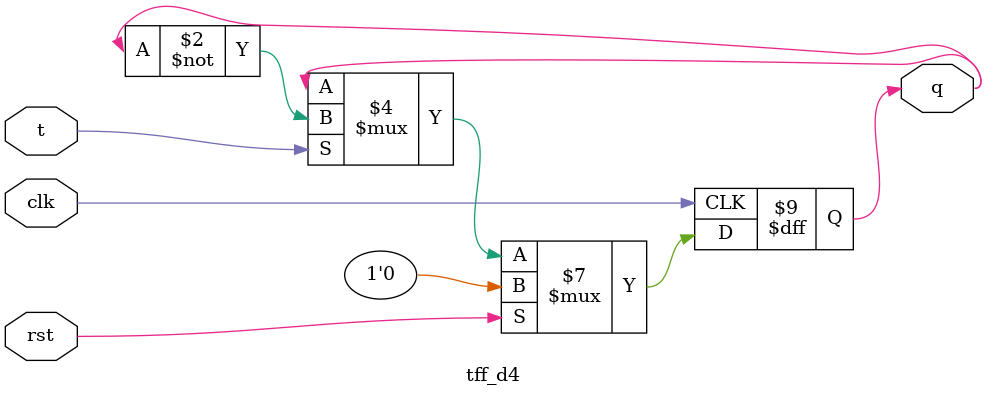
<source format=sv>
`timescale 1ns/1ps

module tff_d4(input t,clk,rst,
		output logic q);

	always@(posedge clk)
	begin
		if(rst)
			q<=1'b0;
		else
		begin
			if(t)
				q<=~q;
			else
				q<=q;
		end
	end
endmodule

</source>
